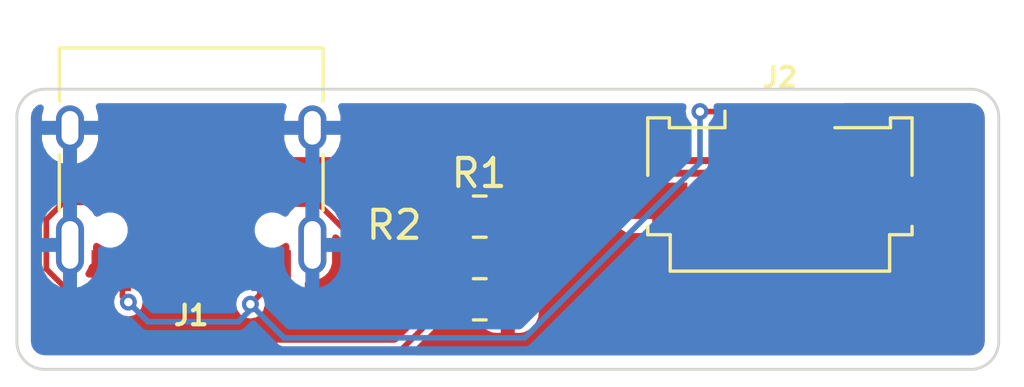
<source format=kicad_pcb>
(kicad_pcb (version 20240108) (generator "pcbnew") (generator_version "8.0")
  (layers (0 "F.Cu" signal) (31 "B.Cu" signal) (34 "B.Paste" user) (35 "F.Paste" user) (36 "B.SilkS" user "B.Silkscreen") (37 "F.SilkS" user "F.Silkscreen") (38 "B.Mask" user) (39 "F.Mask" user) (44 "Edge.Cuts" user))
  (net 0 "")
  (net 1 "GND")
  (net 2 "VBUS")
  (net 3 "GNDPWR")
  (net 4 "D+")
  (net 5 "D-")
  (net 6 "Net-(J1-CC2)")
  (net 9 "Net-(J1-CC1)")
  (footprint "Resistor_SMD:R_0805_2012Metric_Pad1.20x1.40mm_HandSolder" (layer "F.Cu") (at 160 36.05)
    (property "Reference" "R1" (at -0.025 -1.55 0) (layer "F.SilkS"))
    (property "Value" "5.1k")
    (fp_line (start -0.227064 -0.735) (end 0.227064 -0.735) (stroke (width 0.12)) (layer "F.SilkS"))
    (fp_line (start -0.227064 0.735) (end 0.227064 0.735) (stroke (width 0.12)) (layer "F.SilkS"))
    (pad "1" smd roundrect (at -1 0) (size 1.2 1.4) (layers "F.Cu" "F.Paste" "F.Mask") (roundrect_rratio 0.208333) (net 1 "GND"))
    (pad "2" smd roundrect (at 1 0) (size 1.2 1.4) (layers "F.Cu" "F.Paste" "F.Mask") (roundrect_rratio 0.208333) (net 9 "Net-(J1-CC1)"))
  )
  (footprint "Resistor_SMD:R_0805_2012Metric_Pad1.20x1.40mm_HandSolder" (layer "F.Cu") (at 160 39)
    (property "Reference" "R2" (at -3.05 -2.65 0) (layer "F.SilkS"))
    (property "Value" "5.1k")
    (fp_line (start -0.227064 -0.735) (end 0.227064 -0.735) (stroke (width 0.12)) (layer "F.SilkS"))
    (fp_line (start -0.227064 0.735) (end 0.227064 0.735) (stroke (width 0.12)) (layer "F.SilkS"))
    (pad "1" smd roundrect (at -1 0) (size 1.2 1.4) (layers "F.Cu" "F.Paste" "F.Mask") (roundrect_rratio 0.208333) (net 6 "Net-(J1-CC2)"))
    (pad "2" smd roundrect (at 1 0) (size 1.2 1.4) (layers "F.Cu" "F.Paste" "F.Mask") (roundrect_rratio 0.208333) (net 1 "GND"))
  )
  (footprint "Connector_FFC-FPC:Molex_200528-0040_1x04-1MP_P1.00mm_Horizontal" (layer "F.Cu") (at 170.7 33.695)
    (property "Reference" "J2" (at 0 -2.61 0) (layer "F.SilkS") (effects (font (size 0.7 0.7))))
    (property "Value" "200528-0040")
    (fp_line (start -4.71 -1.17) (end -4.71 0.88) (stroke (width 0.12)) (layer "F.SilkS"))
    (fp_line (start -4.71 2.7) (end -4.71 3) (stroke (width 0.12)) (layer "F.SilkS"))
    (fp_line (start -4.71 3) (end -3.91 3) (stroke (width 0.12)) (layer "F.SilkS"))
    (fp_line (start -3.94 -1.17) (end -4.71 -1.17) (stroke (width 0.12)) (layer "F.SilkS"))
    (fp_line (start -3.94 -0.82) (end -3.94 -1.17) (stroke (width 0.12)) (layer "F.SilkS"))
    (fp_line (start -3.91 3) (end -3.91 4.3) (stroke (width 0.12)) (layer "F.SilkS"))
    (fp_line (start -3.91 4.3) (end 3.91 4.3) (stroke (width 0.12)) (layer "F.SilkS"))
    (fp_line (start -1.96 -1.41) (end -1.96 -0.82) (stroke (width 0.12)) (layer "F.SilkS"))
    (fp_line (start -1.96 -0.82) (end -3.94 -0.82) (stroke (width 0.12)) (layer "F.SilkS"))
    (fp_line (start 3.91 3) (end 4.71 3) (stroke (width 0.12)) (layer "F.SilkS"))
    (fp_line (start 3.91 4.3) (end 3.91 3) (stroke (width 0.12)) (layer "F.SilkS"))
    (fp_line (start 3.94 -1.17) (end 3.94 -0.82) (stroke (width 0.12)) (layer "F.SilkS"))
    (fp_line (start 3.94 -0.82) (end 1.96 -0.82) (stroke (width 0.12)) (layer "F.SilkS"))
    (fp_line (start 4.71 -1.17) (end 3.94 -1.17) (stroke (width 0.12)) (layer "F.SilkS"))
    (fp_line (start 4.71 0.88) (end 4.71 -1.17) (stroke (width 0.12)) (layer "F.SilkS"))
    (fp_line (start 4.71 3) (end 4.71 2.7) (stroke (width 0.12)) (layer "F.SilkS"))
    (pad "1" smd rect (at -1.5 -0.91) (size 0.4 1) (layers "F.Cu" "F.Paste" "F.Mask") (net 2 "VBUS"))
    (pad "2" smd rect (at -0.5 -0.91) (size 0.4 1) (layers "F.Cu" "F.Paste" "F.Mask") (net 5 "D-"))
    (pad "3" smd rect (at 0.5 -0.91) (size 0.4 1) (layers "F.Cu" "F.Paste" "F.Mask") (net 4 "D+"))
    (pad "4" smd rect (at 1.5 -0.91) (size 0.4 1) (layers "F.Cu" "F.Paste" "F.Mask") (net 1 "GND"))
    (pad "MP" smd rect (at -4.3 1.79) (size 2 1.3) (layers "F.Cu" "F.Paste" "F.Mask") (net 1 "GND"))
    (pad "MP" smd rect (at 4.3 1.79) (size 2 1.3) (layers "F.Cu" "F.Paste" "F.Mask") (net 1 "GND"))
  )
  (footprint "Connector_USB:USB_C_Receptacle_HRO_TYPE-C-31-M-12" (layer "F.Cu") (at 149.715 33.93 180)
    (property "Reference" "J1" (at 0 -5.645 0) (layer "F.SilkS") (effects (font (size 0.7 0.7))))
    (property "Value" "TYPE-C-31-M-12")
    (fp_line (start 4.7 2) (end 4.7 3.9) (stroke (width 0.12)) (layer "F.SilkS"))
    (fp_line (start 4.7 -1.9) (end 4.7 0.1) (stroke (width 0.12)) (layer "F.SilkS"))
    (fp_line (start -4.7 3.9) (end 4.7 3.9) (stroke (width 0.12)) (layer "F.SilkS"))
    (fp_line (start -4.7 2) (end -4.7 3.9) (stroke (width 0.12)) (layer "F.SilkS"))
    (fp_line (start -4.7 -1.9) (end -4.7 0.1) (stroke (width 0.12)) (layer "F.SilkS"))
    (pad "" np_thru_hole circle (at -2.89 -2.6 180) (size 0.65 0.65) (drill 0.65) (layers "*.Cu" "*.Mask"))
    (pad "" np_thru_hole circle (at 2.89 -2.6 180) (size 0.65 0.65) (drill 0.65) (layers "*.Cu" "*.Mask"))
    (pad "A1" smd rect (at -3.25 -4.045 180) (size 0.6 1.45) (layers "F.Cu" "F.Paste" "F.Mask") (net 1 "GND"))
    (pad "A4" smd rect (at -2.45 -4.045 180) (size 0.6 1.45) (layers "F.Cu" "F.Paste" "F.Mask") (net 2 "VBUS"))
    (pad "A5" smd rect (at -1.25 -4.045 180) (size 0.3 1.45) (layers "F.Cu" "F.Paste" "F.Mask") (net 9 "Net-(J1-CC1)"))
    (pad "A6" smd rect (at -0.25 -4.045 180) (size 0.3 1.45) (layers "F.Cu" "F.Paste" "F.Mask") (net 4 "D+"))
    (pad "A7" smd rect (at 0.25 -4.045 180) (size 0.3 1.45) (layers "F.Cu" "F.Paste" "F.Mask") (net 5 "D-"))
    (pad "A8" smd rect (at 1.25 -4.045 180) (size 0.3 1.45) (layers "F.Cu" "F.Paste" "F.Mask"))
    (pad "A9" smd rect (at 2.45 -4.045 180) (size 0.6 1.45) (layers "F.Cu" "F.Paste" "F.Mask") (net 2 "VBUS"))
    (pad "A12" smd rect (at 3.25 -4.045 180) (size 0.6 1.45) (layers "F.Cu" "F.Paste" "F.Mask") (net 1 "GND"))
    (pad "B1" smd rect (at 3.25 -4.045 180) (size 0.6 1.45) (layers "F.Cu" "F.Paste" "F.Mask") (net 1 "GND"))
    (pad "B4" smd rect (at 2.45 -4.045 180) (size 0.6 1.45) (layers "F.Cu" "F.Paste" "F.Mask") (net 2 "VBUS"))
    (pad "B5" smd rect (at 1.75 -4.045 180) (size 0.3 1.45) (layers "F.Cu" "F.Paste" "F.Mask") (net 6 "Net-(J1-CC2)"))
    (pad "B6" smd rect (at 0.75 -4.045 180) (size 0.3 1.45) (layers "F.Cu" "F.Paste" "F.Mask") (net 4 "D+"))
    (pad "B7" smd rect (at -0.75 -4.045 180) (size 0.3 1.45) (layers "F.Cu" "F.Paste" "F.Mask") (net 5 "D-"))
    (pad "B8" smd rect (at -1.75 -4.045 180) (size 0.3 1.45) (layers "F.Cu" "F.Paste" "F.Mask"))
    (pad "B9" smd rect (at -2.45 -4.045 180) (size 0.6 1.45) (layers "F.Cu" "F.Paste" "F.Mask") (net 2 "VBUS"))
    (pad "B12" smd rect (at -3.25 -4.045 180) (size 0.6 1.45) (layers "F.Cu" "F.Paste" "F.Mask") (net 1 "GND"))
    (pad "S1" thru_hole oval (at -4.32 -3.13 180) (size 1 2.1) (drill oval 0.6 1.7) (layers "*.Cu" "*.Mask") (net 3 "GNDPWR"))
    (pad "S1" thru_hole oval (at -4.32 1.05 180) (size 1 1.6) (drill oval 0.6 1.2) (layers "*.Cu" "*.Mask") (net 3 "GNDPWR"))
    (pad "S1" thru_hole oval (at 4.32 -3.13 180) (size 1 2.1) (drill oval 0.6 1.7) (layers "*.Cu" "*.Mask") (net 3 "GNDPWR"))
    (pad "S1" thru_hole oval (at 4.32 1.05 180) (size 1 1.6) (drill oval 0.6 1.2) (layers "*.Cu" "*.Mask") (net 3 "GNDPWR"))
  )
  (gr_line (start 143.5 40.5) (end 143.5 32.5) (stroke (width 0.1)) (layer "Edge.Cuts"))
  (gr_arc (start 143.5 32.5) (mid 143.792893 31.792893) (end 144.5 31.5) (stroke (width 0.1)) (layer "Edge.Cuts"))
  (gr_line (start 144.5 31.5) (end 177.5 31.5) (stroke (width 0.1)) (layer "Edge.Cuts"))
  (gr_arc (start 144.5 41.5) (mid 143.792893 41.207107) (end 143.5 40.5) (stroke (width 0.1)) (layer "Edge.Cuts"))
  (gr_line (start 178.5 32.5) (end 178.5 40.5) (stroke (width 0.1)) (layer "Edge.Cuts"))
  (gr_arc (start 177.5 31.5) (mid 178.207107 31.792893) (end 178.5 32.5) (stroke (width 0.1)) (layer "Edge.Cuts"))
  (gr_arc (start 178.5 40.5) (mid 178.207107 41.207107) (end 177.5 41.5) (stroke (width 0.1)) (layer "Edge.Cuts"))
  (gr_line (start 177.5 41.5) (end 144.5 41.5) (stroke (width 0.1)) (layer "Edge.Cuts"))
  (segment (start 161 37.9973) (end 161.9761 37.0212) (width 0.2) (layer "F.Cu") (net 1))
  (segment (start 161.9761 35.485) (end 161.9761 35.3624) (width 0.2) (layer "F.Cu") (net 1))
  (segment (start 152.965 38.7431) (end 157.5799 38.7431) (width 0.2) (layer "F.Cu") (net 1))
  (segment (start 166.4 35.485) (end 170.7017 35.485) (width 0.2) (layer "F.Cu") (net 1))
  (segment (start 146.465 37.975) (end 146.465 39.0017) (width 0.2) (layer "F.Cu") (net 1))
  (segment (start 170.7017 35.485) (end 172.2 33.9867) (width 0.2) (layer "F.Cu") (net 1))
  (segment (start 175 35.485) (end 173.6983 35.485) (width 0.2) (layer "F.Cu") (net 1))
  (segment (start 173.6983 35.485) (end 172.2 33.9867) (width 0.2) (layer "F.Cu") (net 1))
  (segment (start 172.2 33.9867) (end 172.2 32.785) (width 0.2) (layer "F.Cu") (net 1))
  (segment (start 152.965 38.935) (end 152.965 37.975) (width 0.2) (layer "F.Cu") (net 1))
  (segment (start 161.9761 35.3624) (end 161.6087 34.995) (width 0.2) (layer "F.Cu") (net 1))
  (segment (start 146.465 39.0017) (end 147.9133 40.45) (width 0.2) (layer "F.Cu") (net 1))
  (segment (start 161 39) (end 161 37.9973) (width 0.2) (layer "F.Cu") (net 1))
  (segment (start 166.4 35.485) (end 165.0983 35.485) (width 0.2) (layer "F.Cu") (net 1))
  (segment (start 161.9761 37.0212) (end 161.9761 35.485) (width 0.2) (layer "F.Cu") (net 1))
  (segment (start 147.9133 40.45) (end 151.45 40.45) (width 0.2) (layer "F.Cu") (net 1))
  (segment (start 157.5799 38.7431) (end 158.3257 37.9973) (width 0.2) (layer "F.Cu") (net 1))
  (segment (start 151.45 40.45) (end 152.965 38.935) (width 0.2) (layer "F.Cu") (net 1))
  (segment (start 161.6087 34.995) (end 160.055 34.995) (width 0.2) (layer "F.Cu") (net 1))
  (segment (start 161.9761 35.485) (end 165.0983 35.485) (width 0.2) (layer "F.Cu") (net 1))
  (segment (start 158.3257 37.9973) (end 161 37.9973) (width 0.2) (layer "F.Cu") (net 1))
  (segment (start 152.965 37.975) (end 152.965 38.7431) (width 0.2) (layer "F.Cu") (net 1))
  (segment (start 160.055 34.995) (end 159 36.05) (width 0.2) (layer "F.Cu") (net 1))
  (segment (start 152.165 38.835) (end 152.165 38.79) (width 0.2) (layer "F.Cu") (net 2))
  (segment (start 152.165 38.79) (end 152.165 37.975) (width 0.2) (layer "F.Cu") (net 2))
  (segment (start 168.715 32.3) (end 167.85 32.3) (width 0.2) (layer "F.Cu") (net 2))
  (segment (start 151.825 39.175) (end 152.165 38.835) (width 0.2) (layer "F.Cu") (net 2))
  (segment (start 169.2 32.785) (end 168.715 32.3) (width 0.2) (layer "F.Cu") (net 2))
  (segment (start 147.265 37.975) (end 147.265 38.89) (width 0.2) (layer "F.Cu") (net 2))
  (segment (start 147.265 38.89) (end 147.475 39.1) (width 0.2) (layer "F.Cu") (net 2))
  (via (at 151.825 39.175) (size 0.6) (drill 0.3) (layers "F.Cu" "B.Cu") (net 2))
  (via (at 147.475 39.1) (size 0.6) (drill 0.3) (layers "F.Cu" "B.Cu") (net 2))
  (via (at 167.85 32.3) (size 0.6) (drill 0.3) (layers "F.Cu" "B.Cu") (net 2))
  (segment (start 161.6 40.375) (end 153.025 40.375) (width 0.2) (layer "B.Cu") (net 2))
  (segment (start 167.85 32.3) (end 167.85 34.125) (width 0.2) (layer "B.Cu") (net 2))
  (segment (start 148.175 39.8) (end 151.4 39.8) (width 0.2) (layer "B.Cu") (net 2))
  (segment (start 147.475 39.1) (end 148.175 39.8) (width 0.2) (layer "B.Cu") (net 2))
  (segment (start 151.4 39.8) (end 151.825 39.375) (width 0.2) (layer "B.Cu") (net 2))
  (segment (start 151.825 39.375) (end 151.825 39.175) (width 0.2) (layer "B.Cu") (net 2))
  (segment (start 167.85 34.125) (end 161.6 40.375) (width 0.2) (layer "B.Cu") (net 2))
  (segment (start 153.025 40.375) (end 151.825 39.175) (width 0.2) (layer "B.Cu") (net 2))
  (segment (start 170.05 34.5) (end 152.475 34.5) (width 0.25) (layer "F.Cu") (net 4))
  (segment (start 149.965 37.01) (end 149.965 37.975) (width 0.25) (layer "F.Cu") (net 4))
  (segment (start 171.2 32.785) (end 171.2 33.35) (width 0.25) (layer "F.Cu") (net 4))
  (segment (start 152.475 34.5) (end 149.965 37.01) (width 0.25) (layer "F.Cu") (net 4))
  (segment (start 171.2 33.35) (end 170.05 34.5) (width 0.25) (layer "F.Cu") (net 4))
  (segment (start 149.965 37.975) (end 149.965 38.5008) (width 0.25) (layer "F.Cu") (net 4))
  (segment (start 170.2 32.785) (end 170.2 33.625) (width 0.25) (layer "F.Cu") (net 5))
  (segment (start 152.225 34.05) (end 149.465 36.81) (width 0.25) (layer "F.Cu") (net 5))
  (segment (start 149.465 36.81) (end 149.465 36.89) (width 0.25) (layer "F.Cu") (net 5))
  (segment (start 170.2 33.625) (end 169.775 34.05) (width 0.25) (layer "F.Cu") (net 5))
  (segment (start 149.465 36.89) (end 149.465 37.975) (width 0.25) (layer "F.Cu") (net 5))
  (segment (start 169.775 34.05) (end 152.225 34.05) (width 0.25) (layer "F.Cu") (net 5))
  (segment (start 145.1635 35.5403) (end 144.5508 36.153) (width 0.2) (layer "F.Cu") (net 6))
  (segment (start 147.4822 40.85) (end 157.15 40.85) (width 0.2) (layer "F.Cu") (net 6))
  (segment (start 144.5508 37.9186) (end 147.4822 40.85) (width 0.2) (layer "F.Cu") (net 6))
  (segment (start 157.15 40.85) (end 159 39) (width 0.2) (layer "F.Cu") (net 6))
  (segment (start 144.5508 36.153) (end 144.5508 37.9186) (width 0.2) (layer "F.Cu") (net 6))
  (segment (start 147.965 36.2953) (end 147.21 35.5403) (width 0.2) (layer "F.Cu") (net 6))
  (segment (start 147.21 35.5403) (end 145.1635 35.5403) (width 0.2) (layer "F.Cu") (net 6))
  (segment (start 147.965 37.975) (end 147.965 36.2953) (width 0.2) (layer "F.Cu") (net 6))
  (segment (start 150.965 36.8595) (end 150.965 36.9483) (width 0.2) (layer "F.Cu") (net 9))
  (segment (start 154.2621 35.6033) (end 152.2212 35.6033) (width 0.2) (layer "F.Cu") (net 9))
  (segment (start 152.2212 35.6033) (end 150.965 36.8595) (width 0.2) (layer "F.Cu") (net 9))
  (segment (start 159.9891 37.0609) (end 155.7197 37.0609) (width 0.2) (layer "F.Cu") (net 9))
  (segment (start 161 36.05) (end 159.9891 37.0609) (width 0.2) (layer "F.Cu") (net 9))
  (segment (start 155.7197 37.0609) (end 154.2621 35.6033) (width 0.2) (layer "F.Cu") (net 9))
  (segment (start 150.965 37.975) (end 150.965 36.9483) (width 0.2) (layer "F.Cu") (net 9))
  (zone (net 1) (net_name "GND") (layer "F.Cu") (connect_pads (clearance 0.2)) (min_thickness 0.25) (fill yes (thermal_gap 0.5) (thermal_bridge_width 0.5))
    (polygon (pts (xy 179.35 30.85) (xy 143 30.7) (xy 142.9 42.1) (xy 179.4 42.15)))
  )
  (zone (net 3) (net_name "GNDPWR") (layer "B.Cu") (priority 1) (connect_pads (clearance 0.2)) (min_thickness 0.25) (fill yes (thermal_gap 0.5) (thermal_bridge_width 0.5))
    (polygon (pts (xy 143.075 30.675) (xy 142.9 42.075) (xy 179.425 42.125) (xy 179.35 30.85)))
  )
)
</source>
